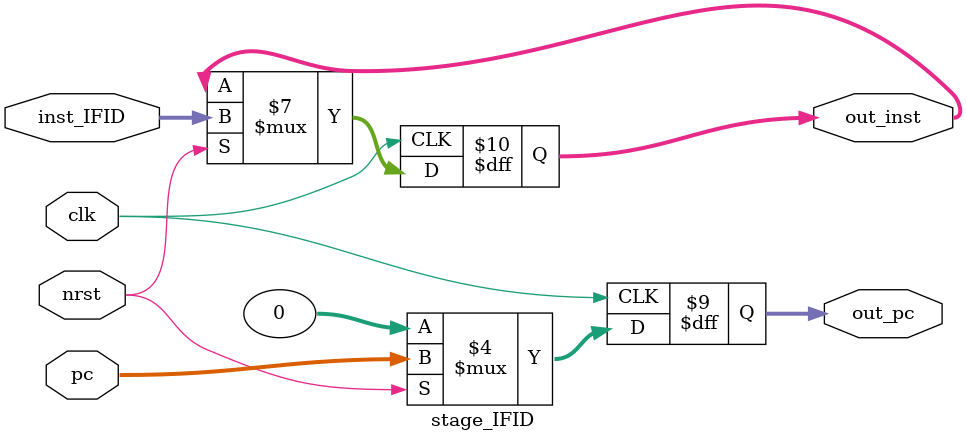
<source format=v>
`timescale 1ns / 1ps


module stage_IFID(clk, nrst, pc, out_pc, inst_IFID, out_inst

    );
    
    input clk, nrst;
    input [31:0] pc;
    input [31:0] inst_IFID;
    output reg [31:0] out_pc, out_inst;
    always@(posedge clk) begin
    if (!nrst)
        out_pc<=32'd0;
    else begin
        out_pc<=pc;
        out_inst<=inst_IFID;
    
    end
    
    end
endmodule

</source>
